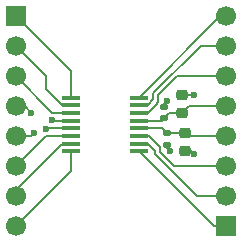
<source format=gtl>
G04 #@! TF.GenerationSoftware,KiCad,Pcbnew,9.0.4*
G04 #@! TF.CreationDate,2025-12-19T16:33:39-05:00*
G04 #@! TF.ProjectId,ADS1120IPWR,41445331-3132-4304-9950-57522e6b6963,rev?*
G04 #@! TF.SameCoordinates,Original*
G04 #@! TF.FileFunction,Copper,L1,Top*
G04 #@! TF.FilePolarity,Positive*
%FSLAX46Y46*%
G04 Gerber Fmt 4.6, Leading zero omitted, Abs format (unit mm)*
G04 Created by KiCad (PCBNEW 9.0.4) date 2025-12-19 16:33:39*
%MOMM*%
%LPD*%
G01*
G04 APERTURE LIST*
G04 Aperture macros list*
%AMRoundRect*
0 Rectangle with rounded corners*
0 $1 Rounding radius*
0 $2 $3 $4 $5 $6 $7 $8 $9 X,Y pos of 4 corners*
0 Add a 4 corners polygon primitive as box body*
4,1,4,$2,$3,$4,$5,$6,$7,$8,$9,$2,$3,0*
0 Add four circle primitives for the rounded corners*
1,1,$1+$1,$2,$3*
1,1,$1+$1,$4,$5*
1,1,$1+$1,$6,$7*
1,1,$1+$1,$8,$9*
0 Add four rect primitives between the rounded corners*
20,1,$1+$1,$2,$3,$4,$5,0*
20,1,$1+$1,$4,$5,$6,$7,0*
20,1,$1+$1,$6,$7,$8,$9,0*
20,1,$1+$1,$8,$9,$2,$3,0*%
G04 Aperture macros list end*
G04 #@! TA.AperFunction,ComponentPad*
%ADD10C,1.700000*%
G04 #@! TD*
G04 #@! TA.AperFunction,ComponentPad*
%ADD11R,1.700000X1.700000*%
G04 #@! TD*
G04 #@! TA.AperFunction,SMDPad,CuDef*
%ADD12RoundRect,0.140000X0.170000X-0.140000X0.170000X0.140000X-0.170000X0.140000X-0.170000X-0.140000X0*%
G04 #@! TD*
G04 #@! TA.AperFunction,SMDPad,CuDef*
%ADD13RoundRect,0.140000X-0.170000X0.140000X-0.170000X-0.140000X0.170000X-0.140000X0.170000X0.140000X0*%
G04 #@! TD*
G04 #@! TA.AperFunction,SMDPad,CuDef*
%ADD14RoundRect,0.225000X0.250000X-0.225000X0.250000X0.225000X-0.250000X0.225000X-0.250000X-0.225000X0*%
G04 #@! TD*
G04 #@! TA.AperFunction,SMDPad,CuDef*
%ADD15RoundRect,0.051250X-0.733750X-0.153750X0.733750X-0.153750X0.733750X0.153750X-0.733750X0.153750X0*%
G04 #@! TD*
G04 #@! TA.AperFunction,SMDPad,CuDef*
%ADD16RoundRect,0.225000X-0.250000X0.225000X-0.250000X-0.225000X0.250000X-0.225000X0.250000X0.225000X0*%
G04 #@! TD*
G04 #@! TA.AperFunction,ViaPad*
%ADD17C,0.600000*%
G04 #@! TD*
G04 #@! TA.AperFunction,Conductor*
%ADD18C,0.200000*%
G04 #@! TD*
G04 APERTURE END LIST*
D10*
X145450000Y-65500000D03*
D11*
X145450000Y-55340000D03*
D10*
X145450000Y-57880000D03*
X145450000Y-60420000D03*
X145450000Y-62960000D03*
X145450000Y-68040000D03*
X145450000Y-70580000D03*
X145450000Y-73120000D03*
D11*
X163230000Y-73100000D03*
D10*
X163230000Y-70560000D03*
X163230000Y-68020000D03*
X163230000Y-65480000D03*
X163230000Y-62940000D03*
X163230000Y-60400000D03*
X163230000Y-57860000D03*
X163230000Y-55320000D03*
D12*
X158250000Y-65270000D03*
X158250000Y-66230000D03*
D13*
X158000000Y-63020000D03*
X158000000Y-63980000D03*
D14*
X159500000Y-63525000D03*
X159500000Y-61975000D03*
D15*
X150130000Y-62225000D03*
X150130000Y-62875000D03*
X150130000Y-63525000D03*
X150130000Y-64175000D03*
X150130000Y-64825000D03*
X150130000Y-65475000D03*
X150130000Y-66125000D03*
X150130000Y-66775000D03*
X155870000Y-66775000D03*
X155870000Y-66125000D03*
X155870000Y-65475000D03*
X155870000Y-64825000D03*
X155870000Y-64175000D03*
X155870000Y-63525000D03*
X155870000Y-62875000D03*
X155870000Y-62225000D03*
D16*
X159750000Y-65225000D03*
X159750000Y-66775000D03*
D17*
X158500000Y-66750000D03*
X160500000Y-67000000D03*
X158250000Y-62500000D03*
X160500000Y-62000000D03*
X147996062Y-64875298D03*
X148485987Y-64121018D03*
X147000000Y-65250000D03*
X146750000Y-63500000D03*
D18*
X158250000Y-66500000D02*
X158500000Y-66750000D01*
X158250000Y-66230000D02*
X158250000Y-66500000D01*
X160275000Y-66775000D02*
X160500000Y-67000000D01*
X159750000Y-66775000D02*
X160275000Y-66775000D01*
X158000000Y-62750000D02*
X158250000Y-62500000D01*
X158000000Y-63020000D02*
X158000000Y-62750000D01*
X160475000Y-61975000D02*
X160500000Y-62000000D01*
X159500000Y-61975000D02*
X160475000Y-61975000D01*
X148046360Y-64825000D02*
X147996062Y-64875298D01*
X150130000Y-64825000D02*
X148046360Y-64825000D01*
X148539969Y-64175000D02*
X148485987Y-64121018D01*
X150130000Y-64175000D02*
X148539969Y-64175000D01*
X163230000Y-60400000D02*
X159129922Y-60400000D01*
X157500000Y-62582450D02*
X157389000Y-62693450D01*
X159129922Y-60400000D02*
X157500000Y-62029922D01*
X157389000Y-62693450D02*
X157389000Y-62790999D01*
X157500000Y-62029922D02*
X157500000Y-62582450D01*
X145450000Y-73120000D02*
X150130000Y-68440000D01*
X150130000Y-68440000D02*
X150130000Y-66775000D01*
X145450000Y-70580000D02*
X145450000Y-70020001D01*
X145450000Y-70020001D02*
X149345001Y-66125000D01*
X149345001Y-66125000D02*
X150130000Y-66125000D01*
X145450000Y-68040000D02*
X148015000Y-65475000D01*
X148015000Y-65475000D02*
X150130000Y-65475000D01*
X145450000Y-60420000D02*
X148555000Y-63525000D01*
X148555000Y-63525000D02*
X150130000Y-63525000D01*
X150130000Y-62875000D02*
X149345001Y-62875000D01*
X148000000Y-61529999D02*
X148000000Y-60430000D01*
X149345001Y-62875000D02*
X148000000Y-61529999D01*
X148000000Y-60430000D02*
X145450000Y-57880000D01*
X150130000Y-62225000D02*
X150130000Y-60020000D01*
X150130000Y-60020000D02*
X145450000Y-55340000D01*
X155870000Y-62225000D02*
X162775000Y-55320000D01*
X162775000Y-55320000D02*
X163230000Y-55320000D01*
X155870000Y-62875000D02*
X156607078Y-62875000D01*
X156607078Y-62875000D02*
X157099000Y-62383078D01*
X161102822Y-57860000D02*
X163230000Y-57860000D01*
X157099000Y-62383078D02*
X157099000Y-61863822D01*
X157099000Y-61863822D02*
X161102822Y-57860000D01*
X157389000Y-62790999D02*
X156654999Y-63525000D01*
X156654999Y-63525000D02*
X155870000Y-63525000D01*
X158000000Y-63980000D02*
X157805000Y-64175000D01*
X157805000Y-64175000D02*
X155870000Y-64175000D01*
X159500000Y-63525000D02*
X158455000Y-63525000D01*
X158455000Y-63525000D02*
X158000000Y-63980000D01*
X163230000Y-62940000D02*
X160085000Y-62940000D01*
X160085000Y-62940000D02*
X159500000Y-63525000D01*
X158250000Y-65270000D02*
X157805000Y-64825000D01*
X157805000Y-64825000D02*
X155870000Y-64825000D01*
X158250000Y-65270000D02*
X159705000Y-65270000D01*
X159705000Y-65270000D02*
X159750000Y-65225000D01*
X163230000Y-65480000D02*
X160005000Y-65480000D01*
X160005000Y-65480000D02*
X159750000Y-65225000D01*
X155870000Y-66775000D02*
X162195000Y-73100000D01*
X162195000Y-73100000D02*
X163230000Y-73100000D01*
X155870000Y-66125000D02*
X156625000Y-66125000D01*
X156625000Y-66125000D02*
X157238000Y-66738000D01*
X157238000Y-66738000D02*
X157238000Y-66972650D01*
X157238000Y-66972650D02*
X160825350Y-70560000D01*
X160825350Y-70560000D02*
X163230000Y-70560000D01*
X155870000Y-65475000D02*
X156725000Y-65475000D01*
X156725000Y-65475000D02*
X157639000Y-66389000D01*
X157639000Y-66389000D02*
X157639000Y-66806550D01*
X157639000Y-66806550D02*
X158852450Y-68020000D01*
X163230000Y-68020000D02*
X158852450Y-68020000D01*
X146750000Y-65500000D02*
X147000000Y-65250000D01*
X145455000Y-65500000D02*
X146750000Y-65500000D01*
X145455000Y-62960000D02*
X146210000Y-62960000D01*
X146210000Y-62960000D02*
X146750000Y-63500000D01*
M02*

</source>
